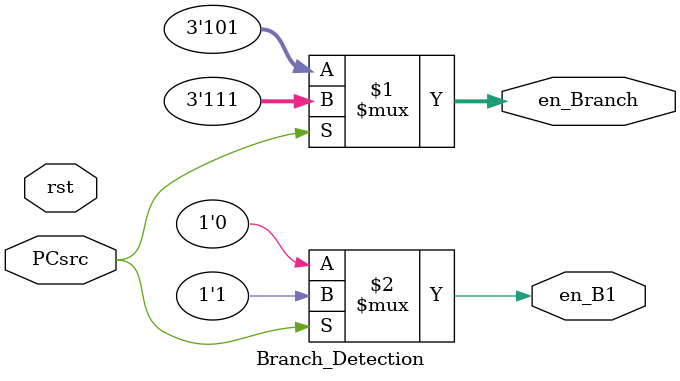
<source format=v>

module Branch_Detection(  rst, PCsrc, en_Branch, en_B1 );

input PCsrc, rst ;

output en_B1 ;
output [2:0] en_Branch ;
/*
reg en_B1 ;
reg [2:0] en_Branch ;
*/

// {en_IF, flash, en_PC}

assign en_Branch = (PCsrc) ? 3'b111 : 3'b101;
assign en_B1 = (PCsrc) ? 1'b1 : 1'b0;


endmodule

/*
always@( rst or PCsrc )
	begin
	  case( PCsrc )
	    1'b1 : begin
				  en_Branch = 3'b111 ;
                  en_B1 = 1'b1 ;				  
				end
	    1'b0 : begin
				  en_Branch = 3'b101 ;
				  en_B1 = 1'b0 ;
		       end
	    default  begin
				  en_Branch = 3'b101 ;
				  en_B1 = 1'b0 ;
		       end
	  endcase
	end   
*/


</source>
